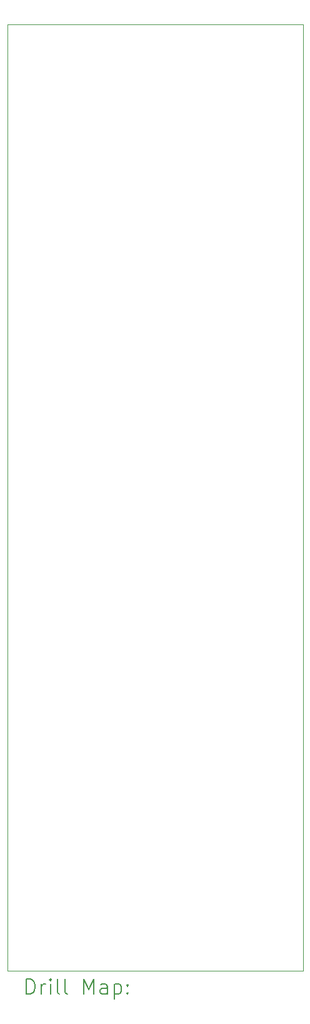
<source format=gbr>
%FSLAX45Y45*%
G04 Gerber Fmt 4.5, Leading zero omitted, Abs format (unit mm)*
G04 Created by KiCad (PCBNEW (6.0.6)) date 2022-10-26 12:52:25*
%MOMM*%
%LPD*%
G01*
G04 APERTURE LIST*
%TA.AperFunction,Profile*%
%ADD10C,0.050000*%
%TD*%
%ADD11C,0.200000*%
G04 APERTURE END LIST*
D10*
X11750000Y-2200000D02*
X11750000Y-14550000D01*
X11750000Y-15000000D02*
X11750000Y-14550000D01*
X11750000Y-2200000D02*
X15750000Y-2200000D01*
X15750000Y-15000000D02*
X11750000Y-15000000D01*
X15750000Y-2200000D02*
X15750000Y-15000000D01*
D11*
X12005119Y-15312976D02*
X12005119Y-15112976D01*
X12052738Y-15112976D01*
X12081309Y-15122500D01*
X12100357Y-15141548D01*
X12109881Y-15160595D01*
X12119405Y-15198690D01*
X12119405Y-15227262D01*
X12109881Y-15265357D01*
X12100357Y-15284405D01*
X12081309Y-15303452D01*
X12052738Y-15312976D01*
X12005119Y-15312976D01*
X12205119Y-15312976D02*
X12205119Y-15179643D01*
X12205119Y-15217738D02*
X12214643Y-15198690D01*
X12224166Y-15189167D01*
X12243214Y-15179643D01*
X12262262Y-15179643D01*
X12328928Y-15312976D02*
X12328928Y-15179643D01*
X12328928Y-15112976D02*
X12319405Y-15122500D01*
X12328928Y-15132024D01*
X12338452Y-15122500D01*
X12328928Y-15112976D01*
X12328928Y-15132024D01*
X12452738Y-15312976D02*
X12433690Y-15303452D01*
X12424166Y-15284405D01*
X12424166Y-15112976D01*
X12557500Y-15312976D02*
X12538452Y-15303452D01*
X12528928Y-15284405D01*
X12528928Y-15112976D01*
X12786071Y-15312976D02*
X12786071Y-15112976D01*
X12852738Y-15255833D01*
X12919405Y-15112976D01*
X12919405Y-15312976D01*
X13100357Y-15312976D02*
X13100357Y-15208214D01*
X13090833Y-15189167D01*
X13071786Y-15179643D01*
X13033690Y-15179643D01*
X13014643Y-15189167D01*
X13100357Y-15303452D02*
X13081309Y-15312976D01*
X13033690Y-15312976D01*
X13014643Y-15303452D01*
X13005119Y-15284405D01*
X13005119Y-15265357D01*
X13014643Y-15246309D01*
X13033690Y-15236786D01*
X13081309Y-15236786D01*
X13100357Y-15227262D01*
X13195595Y-15179643D02*
X13195595Y-15379643D01*
X13195595Y-15189167D02*
X13214643Y-15179643D01*
X13252738Y-15179643D01*
X13271786Y-15189167D01*
X13281309Y-15198690D01*
X13290833Y-15217738D01*
X13290833Y-15274881D01*
X13281309Y-15293928D01*
X13271786Y-15303452D01*
X13252738Y-15312976D01*
X13214643Y-15312976D01*
X13195595Y-15303452D01*
X13376547Y-15293928D02*
X13386071Y-15303452D01*
X13376547Y-15312976D01*
X13367024Y-15303452D01*
X13376547Y-15293928D01*
X13376547Y-15312976D01*
X13376547Y-15189167D02*
X13386071Y-15198690D01*
X13376547Y-15208214D01*
X13367024Y-15198690D01*
X13376547Y-15189167D01*
X13376547Y-15208214D01*
M02*

</source>
